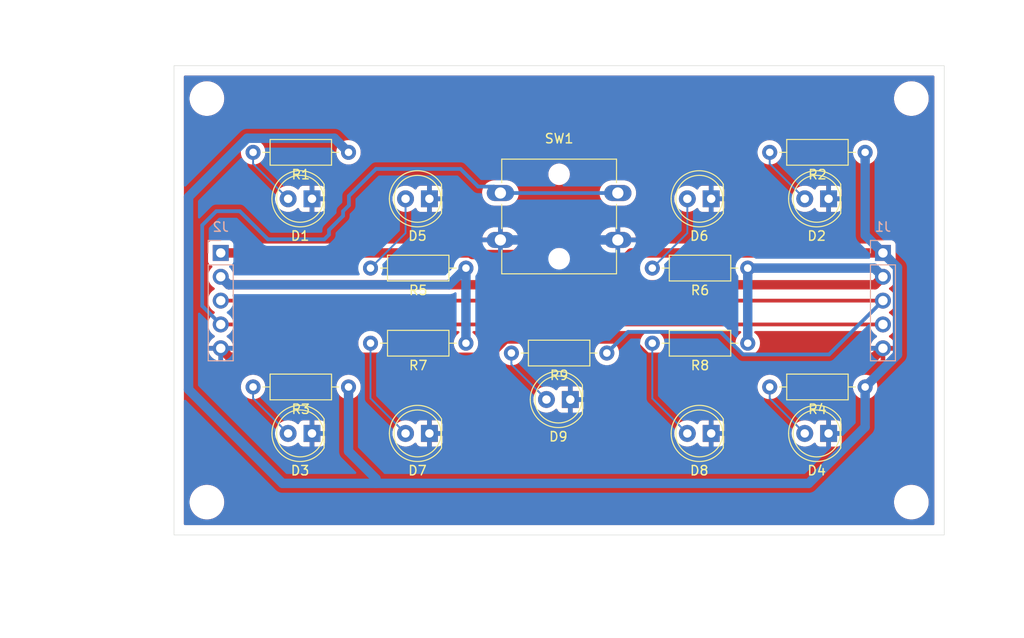
<source format=kicad_pcb>
(kicad_pcb (version 20240108) (generator "pcbnew") (generator_version "8.0")
  (layers (0 "F.Cu" signal) (31 "B.Cu" signal) (34 "B.Paste" user) (35 "F.Paste" user) (36 "B.SilkS" user "B.Silkscreen") (37 "F.SilkS" user "F.Silkscreen") (38 "B.Mask" user) (39 "F.Mask" user) (44 "Edge.Cuts" user))
  (net 0 "")
  (net 1 "Net-(D1-A)")
  (net 2 "Net-(D2-A)")
  (net 3 "Net-(D3-A)")
  (net 4 "Net-(D4-A)")
  (net 5 "Net-(D5-A)")
  (net 6 "Net-(D6-A)")
  (net 7 "Net-(D7-A)")
  (net 8 "Net-(D8-A)")
  (net 9 "-BATT")
  (net 10 "Net-(D9-A)")
  (net 11 "/LOW_LED_IN+")
  (net 12 "/BUTTON_PIN")
  (net 13 "/HIGH_LED_IN+")
  (net 14 "/CHARGING_LED_IN+")
  (footprint "Resistor_THT:R_Axial_DIN0207_L6.3mm_D2.5mm_P10.16mm_Horizontal" (layer "F.Cu") (at 168.745 67.445 180)
    (property "Reference" "R9" (at 5.08 -2.37 0) (layer "F.SilkS"))
    (property "Value" "150")
    (fp_line (start 9.12 0) (end 8.35 0) (stroke (width 0.12)) (layer "F.SilkS"))
    (fp_line (start 8.35 1.37) (end 8.35 -1.37) (stroke (width 0.12)) (layer "F.SilkS"))
    (fp_line (start 8.35 -1.37) (end 1.81 -1.37) (stroke (width 0.12)) (layer "F.SilkS"))
    (fp_line (start 1.81 1.37) (end 8.35 1.37) (stroke (width 0.12)) (layer "F.SilkS"))
    (fp_line (start 1.81 -1.37) (end 1.81 1.37) (stroke (width 0.12)) (layer "F.SilkS"))
    (fp_line (start 1.04 0) (end 1.81 0) (stroke (width 0.12)) (layer "F.SilkS"))
    (pad "1" thru_hole circle (at 0 0 180) (size 1.6 1.6) (drill 0.8) (layers "*.Cu" "*.Mask") (net 14 "/CHARGING_LED_IN+"))
    (pad "2" thru_hole oval (at 10.16 0 180) (size 1.6 1.6) (drill 0.8) (layers "*.Cu" "*.Mask") (net 10 "Net-(D9-A)"))
  )
  (footprint "MountingHole:MountingHole_3.2mm_M3" (layer "F.Cu") (at 126.165 40.33)
    (property "Reference" "REF**" (hide yes))
    (property "Value" "MountingHole_3.2mm_M3" (hide yes))
    (pad "" np_thru_hole circle (at 0 0) (size 3.2 3.2) (drill 3.2) (layers "*.Cu" "*.Mask"))
  )
  (footprint "LED_THT:LED_D5.0mm" (layer "F.Cu") (at 149.855 51.01 180)
    (property "Reference" "D5" (at 1.27 -3.96 0) (layer "F.SilkS"))
    (property "Value" "LED")
    (fp_line (start -1.29 -1.545) (end -1.29 1.545) (stroke (width 0.12)) (layer "F.SilkS"))
    (fp_arc (start 4.26 -0.000462) (mid 2.072002 2.880433) (end -1.29 1.54483) (stroke (width 0.12)) (layer "F.SilkS"))
    (fp_arc (start -1.29 -1.54483) (mid 2.072002 -2.880433) (end 4.26 0.000462) (stroke (width 0.12)) (layer "F.SilkS"))
    (fp_circle (center 1.27 0) (end 3.77 0) (stroke (width 0.12)) (fill none) (layer "F.SilkS"))
    (pad "1" thru_hole rect (at 0 0 180) (size 1.8 1.8) (drill 0.9) (layers "*.Cu" "*.Mask") (net 9 "-BATT"))
    (pad "2" thru_hole circle (at 2.54 0 180) (size 1.8 1.8) (drill 0.9) (layers "*.Cu" "*.Mask") (net 5 "Net-(D5-A)"))
  )
  (footprint "LED_THT:LED_D5.0mm" (layer "F.Cu") (at 179.855 76.01 180)
    (property "Reference" "D8" (at 1.27 -3.96 0) (layer "F.SilkS"))
    (property "Value" "LED")
    (fp_line (start -1.29 -1.545) (end -1.29 1.545) (stroke (width 0.12)) (layer "F.SilkS"))
    (fp_arc (start 4.26 -0.000462) (mid 2.072002 2.880433) (end -1.29 1.54483) (stroke (width 0.12)) (layer "F.SilkS"))
    (fp_arc (start -1.29 -1.54483) (mid 2.072002 -2.880433) (end 4.26 0.000462) (stroke (width 0.12)) (layer "F.SilkS"))
    (fp_circle (center 1.27 0) (end 3.77 0) (stroke (width 0.12)) (fill none) (layer "F.SilkS"))
    (pad "1" thru_hole rect (at 0 0 180) (size 1.8 1.8) (drill 0.9) (layers "*.Cu" "*.Mask") (net 9 "-BATT"))
    (pad "2" thru_hole circle (at 2.54 0 180) (size 1.8 1.8) (drill 0.9) (layers "*.Cu" "*.Mask") (net 8 "Net-(D8-A)"))
  )
  (footprint "Resistor_THT:R_Axial_DIN0207_L6.3mm_D2.5mm_P10.16mm_Horizontal" (layer "F.Cu") (at 196.245 71.06 180)
    (property "Reference" "R4" (at 5.08 -2.37 0) (layer "F.SilkS"))
    (property "Value" "150")
    (fp_line (start 9.12 0) (end 8.35 0) (stroke (width 0.12)) (layer "F.SilkS"))
    (fp_line (start 8.35 1.37) (end 8.35 -1.37) (stroke (width 0.12)) (layer "F.SilkS"))
    (fp_line (start 8.35 -1.37) (end 1.81 -1.37) (stroke (width 0.12)) (layer "F.SilkS"))
    (fp_line (start 1.81 1.37) (end 8.35 1.37) (stroke (width 0.12)) (layer "F.SilkS"))
    (fp_line (start 1.81 -1.37) (end 1.81 1.37) (stroke (width 0.12)) (layer "F.SilkS"))
    (fp_line (start 1.04 0) (end 1.81 0) (stroke (width 0.12)) (layer "F.SilkS"))
    (pad "1" thru_hole circle (at 0 0 180) (size 1.6 1.6) (drill 0.8) (layers "*.Cu" "*.Mask") (net 11 "/LOW_LED_IN+"))
    (pad "2" thru_hole oval (at 10.16 0 180) (size 1.6 1.6) (drill 0.8) (layers "*.Cu" "*.Mask") (net 4 "Net-(D4-A)"))
  )
  (footprint "LED_THT:LED_D5.0mm" (layer "F.Cu") (at 137.355 51.01 180)
    (property "Reference" "D1" (at 1.27 -3.96 0) (layer "F.SilkS"))
    (property "Value" "LED")
    (fp_line (start -1.29 -1.545) (end -1.29 1.545) (stroke (width 0.12)) (layer "F.SilkS"))
    (fp_arc (start 4.26 -0.000462) (mid 2.072002 2.880433) (end -1.29 1.54483) (stroke (width 0.12)) (layer "F.SilkS"))
    (fp_arc (start -1.29 -1.54483) (mid 2.072002 -2.880433) (end 4.26 0.000462) (stroke (width 0.12)) (layer "F.SilkS"))
    (fp_circle (center 1.27 0) (end 3.77 0) (stroke (width 0.12)) (fill none) (layer "F.SilkS"))
    (pad "1" thru_hole rect (at 0 0 180) (size 1.8 1.8) (drill 0.9) (layers "*.Cu" "*.Mask") (net 9 "-BATT"))
    (pad "2" thru_hole circle (at 2.54 0 180) (size 1.8 1.8) (drill 0.9) (layers "*.Cu" "*.Mask") (net 1 "Net-(D1-A)"))
  )
  (footprint "Resistor_THT:R_Axial_DIN0207_L6.3mm_D2.5mm_P10.16mm_Horizontal" (layer "F.Cu") (at 153.745 66.395 180)
    (property "Reference" "R7" (at 5.08 -2.37 0) (layer "F.SilkS"))
    (property "Value" "150")
    (fp_line (start 9.12 0) (end 8.35 0) (stroke (width 0.12)) (layer "F.SilkS"))
    (fp_line (start 8.35 1.37) (end 8.35 -1.37) (stroke (width 0.12)) (layer "F.SilkS"))
    (fp_line (start 8.35 -1.37) (end 1.81 -1.37) (stroke (width 0.12)) (layer "F.SilkS"))
    (fp_line (start 1.81 1.37) (end 8.35 1.37) (stroke (width 0.12)) (layer "F.SilkS"))
    (fp_line (start 1.81 -1.37) (end 1.81 1.37) (stroke (width 0.12)) (layer "F.SilkS"))
    (fp_line (start 1.04 0) (end 1.81 0) (stroke (width 0.12)) (layer "F.SilkS"))
    (pad "1" thru_hole circle (at 0 0 180) (size 1.6 1.6) (drill 0.8) (layers "*.Cu" "*.Mask") (net 13 "/HIGH_LED_IN+"))
    (pad "2" thru_hole oval (at 10.16 0 180) (size 1.6 1.6) (drill 0.8) (layers "*.Cu" "*.Mask") (net 7 "Net-(D7-A)"))
  )
  (footprint "LED_THT:LED_D5.0mm" (layer "F.Cu") (at 164.855 72.395 180)
    (property "Reference" "D9" (at 1.27 -3.96 0) (layer "F.SilkS"))
    (property "Value" "LED")
    (fp_line (start -1.29 -1.545) (end -1.29 1.545) (stroke (width 0.12)) (layer "F.SilkS"))
    (fp_arc (start 4.26 -0.000462) (mid 2.072002 2.880433) (end -1.29 1.54483) (stroke (width 0.12)) (layer "F.SilkS"))
    (fp_arc (start -1.29 -1.54483) (mid 2.072002 -2.880433) (end 4.26 0.000462) (stroke (width 0.12)) (layer "F.SilkS"))
    (fp_circle (center 1.27 0) (end 3.77 0) (stroke (width 0.12)) (fill none) (layer "F.SilkS"))
    (pad "1" thru_hole rect (at 0 0 180) (size 1.8 1.8) (drill 0.9) (layers "*.Cu" "*.Mask") (net 9 "-BATT"))
    (pad "2" thru_hole circle (at 2.54 0 180) (size 1.8 1.8) (drill 0.9) (layers "*.Cu" "*.Mask") (net 10 "Net-(D9-A)"))
  )
  (footprint "LED_THT:LED_D5.0mm" (layer "F.Cu") (at 192.355 51.01 180)
    (property "Reference" "D2" (at 1.27 -3.96 0) (layer "F.SilkS"))
    (property "Value" "LED")
    (fp_line (start -1.29 -1.545) (end -1.29 1.545) (stroke (width 0.12)) (layer "F.SilkS"))
    (fp_arc (start 4.26 -0.000462) (mid 2.072002 2.880433) (end -1.29 1.54483) (stroke (width 0.12)) (layer "F.SilkS"))
    (fp_arc (start -1.29 -1.54483) (mid 2.072002 -2.880433) (end 4.26 0.000462) (stroke (width 0.12)) (layer "F.SilkS"))
    (fp_circle (center 1.27 0) (end 3.77 0) (stroke (width 0.12)) (fill none) (layer "F.SilkS"))
    (pad "1" thru_hole rect (at 0 0 180) (size 1.8 1.8) (drill 0.9) (layers "*.Cu" "*.Mask") (net 9 "-BATT"))
    (pad "2" thru_hole circle (at 2.54 0 180) (size 1.8 1.8) (drill 0.9) (layers "*.Cu" "*.Mask") (net 2 "Net-(D2-A)"))
  )
  (footprint "Resistor_THT:R_Axial_DIN0207_L6.3mm_D2.5mm_P10.16mm_Horizontal" (layer "F.Cu") (at 141.245 46.06 180)
    (property "Reference" "R1" (at 5.08 -2.37 0) (layer "F.SilkS"))
    (property "Value" "150")
    (fp_line (start 9.12 0) (end 8.35 0) (stroke (width 0.12)) (layer "F.SilkS"))
    (fp_line (start 8.35 1.37) (end 8.35 -1.37) (stroke (width 0.12)) (layer "F.SilkS"))
    (fp_line (start 8.35 -1.37) (end 1.81 -1.37) (stroke (width 0.12)) (layer "F.SilkS"))
    (fp_line (start 1.81 1.37) (end 8.35 1.37) (stroke (width 0.12)) (layer "F.SilkS"))
    (fp_line (start 1.81 -1.37) (end 1.81 1.37) (stroke (width 0.12)) (layer "F.SilkS"))
    (fp_line (start 1.04 0) (end 1.81 0) (stroke (width 0.12)) (layer "F.SilkS"))
    (pad "1" thru_hole circle (at 0 0 180) (size 1.6 1.6) (drill 0.8) (layers "*.Cu" "*.Mask") (net 11 "/LOW_LED_IN+"))
    (pad "2" thru_hole oval (at 10.16 0 180) (size 1.6 1.6) (drill 0.8) (layers "*.Cu" "*.Mask") (net 1 "Net-(D1-A)"))
  )
  (footprint "LED_THT:LED_D5.0mm" (layer "F.Cu") (at 137.355 76.01 180)
    (property "Reference" "D3" (at 1.27 -3.96 0) (layer "F.SilkS"))
    (property "Value" "LED")
    (fp_line (start -1.29 -1.545) (end -1.29 1.545) (stroke (width 0.12)) (layer "F.SilkS"))
    (fp_arc (start 4.26 -0.000462) (mid 2.072002 2.880433) (end -1.29 1.54483) (stroke (width 0.12)) (layer "F.SilkS"))
    (fp_arc (start -1.29 -1.54483) (mid 2.072002 -2.880433) (end 4.26 0.000462) (stroke (width 0.12)) (layer "F.SilkS"))
    (fp_circle (center 1.27 0) (end 3.77 0) (stroke (width 0.12)) (fill none) (layer "F.SilkS"))
    (pad "1" thru_hole rect (at 0 0 180) (size 1.8 1.8) (drill 0.9) (layers "*.Cu" "*.Mask") (net 9 "-BATT"))
    (pad "2" thru_hole circle (at 2.54 0 180) (size 1.8 1.8) (drill 0.9) (layers "*.Cu" "*.Mask") (net 3 "Net-(D3-A)"))
  )
  (footprint "LED_THT:LED_D5.0mm" (layer "F.Cu") (at 149.855 76.01 180)
    (property "Reference" "D7" (at 1.27 -3.96 0) (layer "F.SilkS"))
    (property "Value" "LED")
    (fp_line (start -1.29 -1.545) (end -1.29 1.545) (stroke (width 0.12)) (layer "F.SilkS"))
    (fp_arc (start 4.26 -0.000462) (mid 2.072002 2.880433) (end -1.29 1.54483) (stroke (width 0.12)) (layer "F.SilkS"))
    (fp_arc (start -1.29 -1.54483) (mid 2.072002 -2.880433) (end 4.26 0.000462) (stroke (width 0.12)) (layer "F.SilkS"))
    (fp_circle (center 1.27 0) (end 3.77 0) (stroke (width 0.12)) (fill none) (layer "F.SilkS"))
    (pad "1" thru_hole rect (at 0 0 180) (size 1.8 1.8) (drill 0.9) (layers "*.Cu" "*.Mask") (net 9 "-BATT"))
    (pad "2" thru_hole circle (at 2.54 0 180) (size 1.8 1.8) (drill 0.9) (layers "*.Cu" "*.Mask") (net 7 "Net-(D7-A)"))
  )
  (footprint "Resistor_THT:R_Axial_DIN0207_L6.3mm_D2.5mm_P10.16mm_Horizontal" (layer "F.Cu") (at 141.245 71.06 180)
    (property "Reference" "R3" (at 5.08 -2.37 0) (layer "F.SilkS"))
    (property "Value" "150")
    (fp_line (start 9.12 0) (end 8.35 0) (stroke (width 0.12)) (layer "F.SilkS"))
    (fp_line (start 8.35 1.37) (end 8.35 -1.37) (stroke (width 0.12)) (layer "F.SilkS"))
    (fp_line (start 8.35 -1.37) (end 1.81 -1.37) (stroke (width 0.12)) (layer "F.SilkS"))
    (fp_line (start 1.81 1.37) (end 8.35 1.37) (stroke (width 0.12)) (layer "F.SilkS"))
    (fp_line (start 1.81 -1.37) (end 1.81 1.37) (stroke (width 0.12)) (layer "F.SilkS"))
    (fp_line (start 1.04 0) (end 1.81 0) (stroke (width 0.12)) (layer "F.SilkS"))
    (pad "1" thru_hole circle (at 0 0 180) (size 1.6 1.6) (drill 0.8) (layers "*.Cu" "*.Mask") (net 11 "/LOW_LED_IN+"))
    (pad "2" thru_hole oval (at 10.16 0 180) (size 1.6 1.6) (drill 0.8) (layers "*.Cu" "*.Mask") (net 3 "Net-(D3-A)"))
  )
  (footprint "Button_Switch_THT:SW_SPST_Omron_B3F-40xx" (layer "F.Cu") (at 157.415 50.395)
    (property "Reference" "SW1" (at 6.25 -5.8 0) (layer "F.SilkS"))
    (property "Value" "SW_Push")
    (fp_line (start 0.14 -3.61) (end 0.14 -1.1) (stroke (width 0.12)) (layer "F.SilkS"))
    (fp_line (start 0.14 -3.61) (end 12.36 -3.61) (stroke (width 0.12)) (layer "F.SilkS"))
    (fp_line (start 0.14 1.2) (end 0.14 3.8) (stroke (width 0.12)) (layer "F.SilkS"))
    (fp_line (start 0.14 6.1) (end 0.14 8.61) (stroke (width 0.12)) (layer "F.SilkS"))
    (fp_line (start 12.36 -3.61) (end 12.36 -1.1) (stroke (width 0.12)) (layer "F.SilkS"))
    (fp_line (start 12.36 1.2) (end 12.36 3.8) (stroke (width 0.12)) (layer "F.SilkS"))
    (fp_line (start 12.36 6.1) (end 12.36 8.61) (stroke (width 0.12)) (layer "F.SilkS"))
    (fp_line (start 12.36 8.61) (end 0.14 8.61) (stroke (width 0.12)) (layer "F.SilkS"))
    (pad "" np_thru_hole circle (at 6.25 -2) (size 1.8 1.8) (drill 1.8) (layers "F&B.Cu" "*.Mask"))
    (pad "" np_thru_hole circle (at 6.25 7) (size 1.8 1.8) (drill 1.8) (layers "F&B.Cu" "*.Mask"))
    (pad "1" thru_hole oval (at 0 0) (size 2.9 1.7) (drill 1.2) (layers "*.Cu" "*.Mask") (net 12 "/BUTTON_PIN"))
    (pad "1" thru_hole oval (at 12.5 0) (size 2.9 1.7) (drill 1.2) (layers "*.Cu" "*.Mask") (net 12 "/BUTTON_PIN"))
    (pad "2" thru_hole oval (at 0 5) (size 2.9 1.7) (drill 1.2) (layers "*.Cu" "*.Mask") (net 9 "-BATT"))
    (pad "2" thru_hole oval (at 12.5 5) (size 2.9 1.7) (drill 1.2) (layers "*.Cu" "*.Mask") (net 9 "-BATT"))
  )
  (footprint "Resistor_THT:R_Axial_DIN0207_L6.3mm_D2.5mm_P10.16mm_Horizontal" (layer "F.Cu") (at 183.745 66.395 180)
    (property "Reference" "R8" (at 5.08 -2.37 0) (layer "F.SilkS"))
    (property "Value" "150")
    (fp_line (start 9.12 0) (end 8.35 0) (stroke (width 0.12)) (layer "F.SilkS"))
    (fp_line (start 8.35 1.37) (end 8.35 -1.37) (stroke (width 0.12)) (layer "F.SilkS"))
    (fp_line (start 8.35 -1.37) (end 1.81 -1.37) (stroke (width 0.12)) (layer "F.SilkS"))
    (fp_line (start 1.81 1.37) (end 8.35 1.37) (stroke (width 0.12)) (layer "F.SilkS"))
    (fp_line (start 1.81 -1.37) (end 1.81 1.37) (stroke (width 0.12)) (layer "F.SilkS"))
    (fp_line (start 1.04 0) (end 1.81 0) (stroke (width 0.12)) (layer "F.SilkS"))
    (pad "1" thru_hole circle (at 0 0 180) (size 1.6 1.6) (drill 0.8) (layers "*.Cu" "*.Mask") (net 13 "/HIGH_LED_IN+"))
    (pad "2" thru_hole oval (at 10.16 0 180) (size 1.6 1.6) (drill 0.8) (layers "*.Cu" "*.Mask") (net 8 "Net-(D8-A)"))
  )
  (footprint "Resistor_THT:R_Axial_DIN0207_L6.3mm_D2.5mm_P10.16mm_Horizontal" (layer "F.Cu") (at 196.245 46.06 180)
    (property "Reference" "R2" (at 5.08 -2.37 0) (layer "F.SilkS"))
    (property "Value" "150")
    (fp_line (start 9.12 0) (end 8.35 0) (stroke (width 0.12)) (layer "F.SilkS"))
    (fp_line (start 8.35 1.37) (end 8.35 -1.37) (stroke (width 0.12)) (layer "F.SilkS"))
    (fp_line (start 8.35 -1.37) (end 1.81 -1.37) (stroke (width 0.12)) (layer "F.SilkS"))
    (fp_line (start 1.81 1.37) (end 8.35 1.37) (stroke (width 0.12)) (layer "F.SilkS"))
    (fp_line (start 1.81 -1.37) (end 1.81 1.37) (stroke (width 0.12)) (layer "F.SilkS"))
    (fp_line (start 1.04 0) (end 1.81 0) (stroke (width 0.12)) (layer "F.SilkS"))
    (pad "1" thru_hole circle (at 0 0 180) (size 1.6 1.6) (drill 0.8) (layers "*.Cu" "*.Mask") (net 11 "/LOW_LED_IN+"))
    (pad "2" thru_hole oval (at 10.16 0 180) (size 1.6 1.6) (drill 0.8) (layers "*.Cu" "*.Mask") (net 2 "Net-(D2-A)"))
  )
  (footprint "LED_THT:LED_D5.0mm" (layer "F.Cu") (at 179.855 51.01 180)
    (property "Reference" "D6" (at 1.27 -3.96 0) (layer "F.SilkS"))
    (property "Value" "LED")
    (fp_line (start -1.29 -1.545) (end -1.29 1.545) (stroke (width 0.12)) (layer "F.SilkS"))
    (fp_arc (start 4.26 -0.000462) (mid 2.072002 2.880433) (end -1.29 1.54483) (stroke (width 0.12)) (layer "F.SilkS"))
    (fp_arc (start -1.29 -1.54483) (mid 2.072002 -2.880433) (end 4.26 0.000462) (stroke (width 0.12)) (layer "F.SilkS"))
    (fp_circle (center 1.27 0) (end 3.77 0) (stroke (width 0.12)) (fill none) (layer "F.SilkS"))
    (pad "1" thru_hole rect (at 0 0 180) (size 1.8 1.8) (drill 0.9) (layers "*.Cu" "*.Mask") (net 9 "-BATT"))
    (pad "2" thru_hole circle (at 2.54 0 180) (size 1.8 1.8) (drill 0.9) (layers "*.Cu" "*.Mask") (net 6 "Net-(D6-A)"))
  )
  (footprint "Resistor_THT:R_Axial_DIN0207_L6.3mm_D2.5mm_P10.16mm_Horizontal" (layer "F.Cu") (at 153.745 58.395 180)
    (property "Reference" "R5" (at 5.08 -2.37 0) (layer "F.SilkS"))
    (property "Value" "150")
    (fp_line (start 9.12 0) (end 8.35 0) (stroke (width 0.12)) (layer "F.SilkS"))
    (fp_line (start 8.35 1.37) (end 8.35 -1.37) (stroke (width 0.12)) (layer "F.SilkS"))
    (fp_line (start 8.35 -1.37) (end 1.81 -1.37) (stroke (width 0.12)) (layer "F.SilkS"))
    (fp_line (start 1.81 1.37) (end 8.35 1.37) (stroke (width 0.12)) (layer "F.SilkS"))
    (fp_line (start 1.81 -1.37) (end 1.81 1.37) (stroke (width 0.12)) (layer "F.SilkS"))
    (fp_line (start 1.04 0) (end 1.81 0) (stroke (width 0.12)) (layer "F.SilkS"))
    (pad "1" thru_hole circle (at 0 0 180) (size 1.6 1.6) (drill 0.8) (layers "*.Cu" "*.Mask") (net 13 "/HIGH_LED_IN+"))
    (pad "2" thru_hole oval (at 10.16 0 180) (size 1.6 1.6) (drill 0.8) (layers "*.Cu" "*.Mask") (net 5 "Net-(D5-A)"))
  )
  (footprint "MountingHole:MountingHole_3.2mm_M3" (layer "F.Cu") (at 201.165 83.33 180)
    (property "Reference" "REF**" (hide yes))
    (property "Value" "MountingHole_3.2mm_M3" (hide yes))
    (pad "" np_thru_hole circle (at 0 0 180) (size 3.2 3.2) (drill 3.2) (layers "*.Cu" "*.Mask"))
  )
  (footprint "MountingHole:MountingHole_3.2mm_M3" (layer "F.Cu") (at 201.165 40.33 -90)
    (property "Reference" "REF**" (hide yes))
    (property "Value" "MountingHole_3.2mm_M3" (hide yes))
    (pad "" np_thru_hole circle (at 0 0 270) (size 3.2 3.2) (drill 3.2) (layers "*.Cu" "*.Mask"))
  )
  (footprint "MountingHole:MountingHole_3.2mm_M3" (layer "F.Cu") (at 126.165 83.33 90)
    (property "Reference" "REF**" (hide yes))
    (property "Value" "MountingHole_3.2mm_M3" (hide yes))
    (pad "" np_thru_hole circle (at 0 0 90) (size 3.2 3.2) (drill 3.2) (layers "*.Cu" "*.Mask"))
  )
  (footprint "LED_THT:LED_D5.0mm" (layer "F.Cu") (at 192.355 76.01 180)
    (property "Reference" "D4" (at 1.27 -3.96 0) (layer "F.SilkS"))
    (property "Value" "LED")
    (fp_line (start -1.29 -1.545) (end -1.29 1.545) (stroke (width 0.12)) (layer "F.SilkS"))
    (fp_arc (start 4.26 -0.000462) (mid 2.072002 2.880433) (end -1.29 1.54483) (stroke (width 0.12)) (layer "F.SilkS"))
    (fp_arc (start -1.29 -1.54483) (mid 2.072002 -2.880433) (end 4.26 0.000462) (stroke (width 0.12)) (layer "F.SilkS"))
    (fp_circle (center 1.27 0) (end 3.77 0) (stroke (width 0.12)) (fill none) (layer "F.SilkS"))
    (pad "1" thru_hole rect (at 0 0 180) (size 1.8 1.8) (drill 0.9) (layers "*.Cu" "*.Mask") (net 9 "-BATT"))
    (pad "2" thru_hole circle (at 2.54 0 180) (size 1.8 1.8) (drill 0.9) (layers "*.Cu" "*.Mask") (net 4 "Net-(D4-A)"))
  )
  (footprint "Resistor_THT:R_Axial_DIN0207_L6.3mm_D2.5mm_P10.16mm_Horizontal" (layer "F.Cu") (at 183.745 58.395 180)
    (property "Reference" "R6" (at 5.08 -2.37 0) (layer "F.SilkS"))
    (property "Value" "150")
    (fp_line (start 9.12 0) (end 8.35 0) (stroke (width 0.12)) (layer "F.SilkS"))
    (fp_line (start 8.35 1.37) (end 8.35 -1.37) (stroke (width 0.12)) (layer "F.SilkS"))
    (fp_line (start 8.35 -1.37) (end 1.81 -1.37) (stroke (width 0.12)) (layer "F.SilkS"))
    (fp_line (start 1.81 1.37) (end 8.35 1.37) (stroke (width 0.12)) (layer "F.SilkS"))
    (fp_line (start 1.81 -1.37) (end 1.81 1.37) (stroke (width 0.12)) (layer "F.SilkS"))
    (fp_line (start 1.04 0) (end 1.81 0) (stroke (width 0.12)) (layer "F.SilkS"))
    (pad "1" thru_hole circle (at 0 0 180) (size 1.6 1.6) (drill 0.8) (layers "*.Cu" "*.Mask") (net 13 "/HIGH_LED_IN+"))
    (pad "2" thru_hole oval (at 10.16 0 180) (size 1.6 1.6) (drill 0.8) (layers "*.Cu" "*.Mask") (net 6 "Net-(D6-A)"))
  )
  (footprint "Connector_PinSocket_2.54mm:PinSocket_1x05_P2.54mm_Vertical" (layer "B.Cu") (at 198.14 56.78 180)
    (property "Reference" "J1" (at 0 2.77 0) (layer "B.SilkS") (effects (justify mirror)))
    (property "Value" "Conn_01x05_Pin" (hide yes))
    (fp_line (start 1.33 1.33) (end 0 1.33) (stroke (width 0.12)) (layer "B.SilkS"))
    (fp_line (start 1.33 0) (end 1.33 1.33) (stroke (width 0.12)) (layer "B.SilkS"))
    (fp_line (start 1.33 -1.27) (end -1.33 -1.27) (stroke (width 0.12)) (layer "B.SilkS"))
    (fp_line (start 1.33 -11.49) (end 1.33 -1.27) (stroke (width 0.12)) (layer "B.SilkS"))
    (fp_line (start 1.33 -11.49) (end -1.33 -11.49) (stroke (width 0.12)) (layer "B.SilkS"))
    (fp_line (start -1.33 -11.49) (end -1.33 -1.27) (stroke (width 0.12)) (layer "B.SilkS"))
    (pad "1" thru_hole rect (at 0 0 180) (size 1.7 1.7) (drill 1) (layers "*.Cu" "*.Mask") (net 11 "/LOW_LED_IN+"))
    (pad "2" thru_hole oval (at 0 -2.54 180) (size 1.7 1.7) (drill 1) (layers "*.Cu" "*.Mask") (net 13 "/HIGH_LED_IN+"))
    (pad "3" thru_hole oval (at 0 -5.08 180) (size 1.7 1.7) (drill 1) (layers "*.Cu" "*.Mask") (net 14 "/CHARGING_LED_IN+"))
    (pad "4" thru_hole oval (at 0 -7.62 180) (size 1.7 1.7) (drill 1) (layers "*.Cu" "*.Mask") (net 12 "/BUTTON_PIN"))
    (pad "5" thru_hole oval (at 0 -10.16 180) (size 1.7 1.7) (drill 1) (layers "*.Cu" "*.Mask") (net 9 "-BATT"))
  )
  (footprint "Connector_PinSocket_2.54mm:PinSocket_1x05_P2.54mm_Vertical" (layer "B.Cu") (at 127.64 56.78 180)
    (property "Reference" "J2" (at 0 2.77 0) (layer "B.SilkS") (effects (justify mirror)))
    (property "Value" "Conn_01x05_Pin" (hide yes))
    (fp_line (start 1.33 1.33) (end 0 1.33) (stroke (width 0.12)) (layer "B.SilkS"))
    (fp_line (start 1.33 0) (end 1.33 1.33) (stroke (width 0.12)) (layer "B.SilkS"))
    (fp_line (start 1.33 -1.27) (end -1.33 -1.27) (stroke (width 0.12)) (layer "B.SilkS"))
    (fp_line (start 1.33 -11.49) (end 1.33 -1.27) (stroke (width 0.12)) (layer "B.SilkS"))
    (fp_line (start 1.33 -11.49) (end -1.33 -11.49) (stroke (width 0.12)) (layer "B.SilkS"))
    (fp_line (start -1.33 -11.49) (end -1.33 -1.27) (stroke (width 0.12)) (layer "B.SilkS"))
    (pad "1" thru_hole rect (at 0 0 180) (size 1.7 1.7) (drill 1) (layers "*.Cu" "*.Mask") (net 11 "/LOW_LED_IN+"))
    (pad "2" thru_hole oval (at 0 -2.54 180) (size 1.7 1.7) (drill 1) (layers "*.Cu" "*.Mask") (net 13 "/HIGH_LED_IN+"))
    (pad "3" thru_hole oval (at 0 -5.08 180) (size 1.7 1.7) (drill 1) (layers "*.Cu" "*.Mask") (net 14 "/CHARGING_LED_IN+"))
    (pad "4" thru_hole oval (at 0 -7.62 180) (size 1.7 1.7) (drill 1) (layers "*.Cu" "*.Mask") (net 12 "/BUTTON_PIN"))
    (pad "5" thru_hole oval (at 0 -10.16 180) (size 1.7 1.7) (drill 1) (layers "*.Cu" "*.Mask") (net 9 "-BATT"))
  )
  (gr_rect (start 122.665 36.83) (end 204.665 86.83) (stroke (width 0.05)) (fill none) (layer "Edge.Cuts"))
  (segment (start 131.085 46.06) (end 131.085 47.28) (width 0.2) (layer "B.Cu") (net 1))
  (segment (start 131.085 47.28) (end 134.815 51.01) (width 0.2) (layer "B.Cu") (net 1))
  (segment (start 186.085 47.28) (end 189.815 51.01) (width 0.2) (layer "B.Cu") (net 2))
  (segment (start 186.085 46.06) (end 186.085 47.28) (width 0.2) (layer "B.Cu") (net 2))
  (segment (start 131.085 72.28) (end 134.815 76.01) (width 0.2) (layer "B.Cu") (net 3))
  (segment (start 131.085 71.06) (end 131.085 72.28) (width 0.2) (layer "B.Cu") (net 3))
  (segment (start 186.085 71.06) (end 186.085 72.28) (width 0.2) (layer "B.Cu") (net 4))
  (segment (start 186.085 72.28) (end 189.815 76.01) (width 0.2) (layer "B.Cu") (net 4))
  (segment (start 147.315 51.01) (end 147.315 54.665) (width 0.2) (layer "B.Cu") (net 5))
  (segment (start 147.315 54.665) (end 143.585 58.395) (width 0.2) (layer "B.Cu") (net 5))
  (segment (start 177.315 51.01) (end 177.315 54.665) (width 0.2) (layer "B.Cu") (net 6))
  (segment (start 177.315 54.665) (end 173.585 58.395) (width 0.2) (layer "B.Cu") (net 6))
  (segment (start 143.585 72.28) (end 147.315 76.01) (width 0.2) (layer "B.Cu") (net 7))
  (segment (start 143.585 66.395) (end 143.585 72.28) (width 0.2) (layer "B.Cu") (net 7))
  (segment (start 173.585 66.395) (end 173.585 72.28) (width 0.2) (layer "B.Cu") (net 8))
  (segment (start 173.585 72.28) (end 177.315 76.01) (width 0.2) (layer "B.Cu") (net 8))
  (segment (start 171.013679 65.945) (end 172.963679 67.895) (width 1) (layer "F.Cu") (net 9))
  (segment (start 157.963679 65.945) (end 171.013679 65.945) (width 1) (layer "F.Cu") (net 9))
  (segment (start 127.64 66.94) (end 128.595 67.895) (width 1) (layer "F.Cu") (net 9))
  (segment (start 172.963679 67.895) (end 197.185 67.895) (width 1) (layer "F.Cu") (net 9))
  (segment (start 128.595 67.895) (end 156.013679 67.895) (width 1) (layer "F.Cu") (net 9))
  (segment (start 197.185 67.895) (end 198.14 66.94) (width 1) (layer "F.Cu") (net 9))
  (segment (start 156.013679 67.895) (end 157.963679 65.945) (width 1) (layer "F.Cu") (net 9))
  (segment (start 169.915 55.395) (end 157.415 55.395) (width 1) (layer "B.Cu") (net 9))
  (segment (start 158.585 68.665) (end 162.315 72.395) (width 0.2) (layer "B.Cu") (net 10))
  (segment (start 158.585 67.445) (end 158.585 68.665) (width 0.2) (layer "B.Cu") (net 10))
  (segment (start 159.05 56.945) (end 154.416321 56.945) (width 1) (layer "F.Cu") (net 11))
  (segment (start 154.251321 56.78) (end 127.64 56.78) (width 1) (layer "F.Cu") (net 11))
  (segment (start 160.25 55.745) (end 159.05 56.945) (width 1) (layer "F.Cu") (net 11))
  (segment (start 198.14 56.78) (end 171.322031 56.78) (width 1) (layer "F.Cu") (net 11))
  (segment (start 171.322031 56.78) (end 170.772031 57.33) (width 1) (layer "F.Cu") (net 11))
  (segment (start 166.165 57.33) (end 164.58 55.745) (width 1) (layer "F.Cu") (net 11))
  (segment (start 164.58 55.745) (end 160.25 55.745) (width 1) (layer "F.Cu") (net 11))
  (segment (start 154.416321 56.945) (end 154.251321 56.78) (width 1) (layer "F.Cu") (net 11))
  (segment (start 170.772031 57.33) (end 166.165 57.33) (width 1) (layer "F.Cu") (net 11))
  (segment (start 134.215 81.33) (end 144.165 81.33) (width 1) (layer "B.Cu") (net 11))
  (segment (start 124.215 50.808679) (end 124.215 71.33) (width 1) (layer "B.Cu") (net 11))
  (segment (start 139.745 44.56) (end 130.463679 44.56) (width 1) (layer "B.Cu") (net 11))
  (segment (start 196.245 71.06) (end 199.69 67.615) (width 1) (layer "B.Cu") (net 11))
  (segment (start 199.69 67.615) (end 199.69 58.33) (width 1) (layer "B.Cu") (net 11))
  (segment (start 199.69 58.33) (end 198.14 56.78) (width 1) (layer "B.Cu") (net 11))
  (segment (start 130.463679 44.56) (end 124.215 50.808679) (width 1) (layer "B.Cu") (net 11))
  (segment (start 190.235 81.33) (end 144.165 81.33) (width 1) (layer "B.Cu") (net 11))
  (segment (start 141.245 77.91) (end 141.245 71.06) (width 1) (layer "B.Cu") (net 11))
  (segment (start 196.245 71.06) (end 196.245 75.32) (width 1) (layer "B.Cu") (net 11))
  (segment (start 144.165 81.33) (end 144.165 80.83) (width 1) (layer "B.Cu") (net 11))
  (segment (start 124.215 71.33) (end 134.215 81.33) (width 1) (layer "B.Cu") (net 11))
  (segment (start 196.245 54.885) (end 198.14 56.78) (width 1) (layer "B.Cu") (net 11))
  (segment (start 196.245 46.06) (end 196.245 54.885) (width 1) (layer "B.Cu") (net 11))
  (segment (start 196.245 75.32) (end 190.235 81.33) (width 1) (layer "B.Cu") (net 11))
  (segment (start 144.165 80.83) (end 141.245 77.91) (width 1) (layer "B.Cu") (net 11))
  (segment (start 141.245 46.06) (end 139.745 44.56) (width 1) (layer "B.Cu") (net 11))
  (segment (start 198.14 64.4) (end 127.64 64.4) (width 0.4) (layer "F.Cu") (net 12))
  (segment (start 155.045 49.71) (end 153.165 47.83) (width 0.4) (layer "B.Cu") (net 12))
  (segment (start 125.665 53.83) (end 127.165 52.33) (width 0.4) (layer "B.Cu") (net 12))
  (segment (start 139.165 54.83) (end 139.165 54.33) (width 0.4) (layer "B.Cu") (net 12))
  (segment (start 157.415 50.395) (end 156.73 49.71) (width 0.4) (layer "B.Cu") (net 12))
  (segment (start 153.165 47.83) (end 144.165 47.83) (width 0.4) (layer "B.Cu") (net 12))
  (segment (start 139.165 54.33) (end 140.665 52.83) (width 0.4) (layer "B.Cu") (net 12))
  (segment (start 138.665 55.33) (end 139.165 54.83) (width 0.4) (layer "B.Cu") (net 12))
  (segment (start 125.665 62.425) (end 125.665 53.83) (width 0.4) (layer "B.Cu") (net 12))
  (segment (start 140.665 52.33) (end 141.285 51.71) (width 0.4) (layer "B.Cu") (net 12))
  (segment (start 157.415 50.395) (end 169.915 50.395) (width 0.4) (layer "B.Cu") (net 12))
  (segment (start 127.64 64.4) (end 125.665 62.425) (width 0.4) (layer "B.Cu") (net 12))
  (segment (start 127.165 52.33) (end 129.665 52.33) (width 0.4) (layer "B.Cu") (net 12))
  (segment (start 132.665 55.33) (end 138.665 55.33) (width 0.4) (layer "B.Cu") (net 12))
  (segment (start 144.165 47.83) (end 141.285 50.71) (width 0.4) (layer "B.Cu") (net 12))
  (segment (start 140.665 52.83) (end 140.665 52.33) (width 0.4) (layer "B.Cu") (net 12))
  (segment (start 156.73 49.71) (end 155.045 49.71) (width 0.4) (layer "B.Cu") (net 12))
  (segment (start 141.285 50.71) (end 141.285 51.71) (width 0.4) (layer "B.Cu") (net 12))
  (segment (start 129.665 52.33) (end 132.665 55.33) (width 0.4) (layer "B.Cu") (net 12))
  (segment (start 197.29 60.17) (end 128.49 60.17) (width 1) (layer "F.Cu") (net 13))
  (segment (start 128.49 60.17) (end 127.64 59.32) (width 1) (layer "F.Cu") (net 13))
  (segment (start 198.14 59.32) (end 197.29 60.17) (width 1) (layer "F.Cu") (net 13))
  (segment (start 197.215 58.395) (end 183.745 58.395) (width 1) (layer "B.Cu") (net 13))
  (segment (start 151.97 60.17) (end 153.745 58.395) (width 1) (layer "B.Cu") (net 13))
  (segment (start 153.745 58.395) (end 153.745 66.395) (width 1) (layer "B.Cu") (net 13))
  (segment (start 183.745 66.395) (end 183.745 58.395) (width 1) (layer "B.Cu") (net 13))
  (segment (start 127.64 59.32) (end 128.49 60.17) (width 1) (layer "B.Cu") (net 13))
  (segment (start 128.49 60.17) (end 151.97 60.17) (width 1) (layer "B.Cu") (net 13))
  (segment (start 198.14 59.32) (end 197.215 58.395) (width 1) (layer "B.Cu") (net 13))
  (segment (start 127.64 61.86) (end 198.14 61.86) (width 0.4) (layer "F.Cu") (net 14))
  (segment (start 180.847943 65.195) (end 183.247943 67.595) (width 0.4) (layer "B.Cu") (net 14))
  (segment (start 192.405 67.595) (end 198.14 61.86) (width 0.4) (layer "B.Cu") (net 14))
  (segment (start 168.745 67.445) (end 170.995 65.195) (width 0.4) (layer "B.Cu") (net 14))
  (segment (start 183.247943 67.595) (end 192.405 67.595) (width 0.4) (layer "B.Cu") (net 14))
  (segment (start 170.995 65.195) (end 180.847943 65.195) (width 0.4) (layer "B.Cu") (net 14))
  (zone (net 9) (net_name "-BATT") (layers "F&B.Cu") (connect_pads (clearance 0.5)) (min_thickness 0.25) (fill yes (thermal_gap 0.5) (thermal_bridge_width 0.5))
    (polygon (pts (xy 212.665 29.83) (xy 213.165 97.33) (xy 106.665 97.83) (xy 111.665 30.33)))
  )
)
</source>
